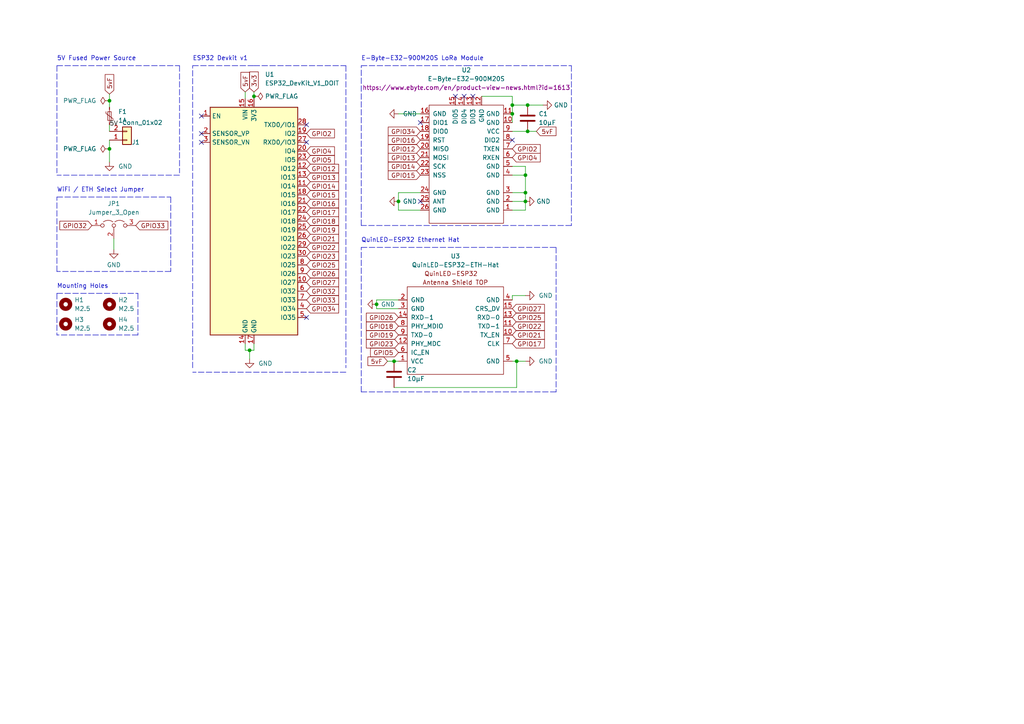
<source format=kicad_sch>
(kicad_sch (version 20211123) (generator eeschema)
  (paper "A4")
  (lib_symbols
    (symbol "Andys-Symbols:E-Byte-E32-900M20S" (pin_names (offset 1.016))
      (property "Reference" "U" (at 11.43 15.24 0))
      (property "Value" "E-Byte-E32-900M20S" (at 1.27 12.7 0))
      (property "Datasheet" "https://www.ebyte.com/en/product-view-news.html?id=1613" (at 8.89 10.16 0))
      (symbol "E-Byte-E32-900M20S_0_1"
        (rectangle (start 0 0) (end 21.59 -34.29))
      )
      (symbol "E-Byte-E32-900M20S_1_0"
        (pin power_in line (at 24.13 -30.48 180) (length 2.54) (name "GND") (number "1"))
        (pin power_in line (at 24.13 -27.94 180) (length 2.54) (name "GND") (number "2"))
        (pin power_in line (at 24.13 -25.4 180) (length 2.54) (name "GND") (number "3"))
        (pin power_in line (at 24.13 -20.32 180) (length 2.54) (name "GND") (number "4"))
        (pin power_in line (at 24.13 -17.78 180) (length 2.54) (name "GND") (number "5"))
        (pin input line (at 24.13 -15.24 180) (length 2.54) (name "RXEN") (number "6"))
        (pin input line (at 24.13 -12.7 180) (length 2.54) (name "TXEN") (number "7"))
        (pin bidirectional line (at 24.13 -10.16 180) (length 2.54) (name "DIO2") (number "8"))
        (pin power_in line (at 24.13 -7.62 180) (length 2.54) (name "VCC") (number "9"))
      )
      (symbol "E-Byte-E32-900M20S_1_1"
        (pin power_in line (at 24.13 -5.08 180) (length 2.54) (name "GND") (number "10"))
        (pin power_in line (at 24.13 -2.54 180) (length 2.54) (name "GND") (number "11"))
        (pin power_in line (at 15.24 2.54 270) (length 2.54) (name "GND") (number "12"))
        (pin bidirectional line (at 12.7 2.54 270) (length 2.54) (name "DIO3") (number "13"))
        (pin bidirectional line (at 10.16 2.54 270) (length 2.54) (name "DIO4") (number "14"))
        (pin bidirectional line (at 7.62 2.54 270) (length 2.54) (name "DIO5") (number "15"))
        (pin power_in line (at -2.54 -2.54 0) (length 2.54) (name "GND") (number "16"))
        (pin bidirectional line (at -2.54 -5.08 0) (length 2.54) (name "DIO1") (number "17"))
        (pin bidirectional line (at -2.54 -7.62 0) (length 2.54) (name "DIO0") (number "18"))
        (pin input line (at -2.54 -10.16 0) (length 2.54) (name "RST") (number "19"))
        (pin output line (at -2.54 -12.7 0) (length 2.54) (name "MISO") (number "20"))
        (pin input line (at -2.54 -15.24 0) (length 2.54) (name "MOSI") (number "21"))
        (pin input line (at -2.54 -17.78 0) (length 2.54) (name "SCK") (number "22"))
        (pin input line (at -2.54 -20.32 0) (length 2.54) (name "NSS") (number "23"))
        (pin power_in line (at -2.54 -25.4 0) (length 2.54) (name "GND") (number "24"))
        (pin bidirectional line (at -2.54 -27.94 0) (length 2.54) (name "ANT") (number "25"))
        (pin power_in line (at -2.54 -30.48 0) (length 2.54) (name "GND") (number "26"))
      )
    )
    (symbol "Connector_Generic:Conn_01x02" (pin_names (offset 1.016) hide)
      (property "Reference" "J" (at 0 2.54 0))
      (property "Value" "Conn_01x02" (at 0 -5.08 0))
      (symbol "Conn_01x02_1_1"
        (rectangle (start -1.27 -2.413) (end 0 -2.667) (stroke (width 0.1524)))
        (rectangle (start -1.27 0.127) (end 0 -0.127) (stroke (width 0.1524)))
        (rectangle (start -1.27 1.27) (end 1.27 -3.81) (stroke (width 0.254)) (fill (type background)))
        (pin passive line (at -5.08 0 0) (length 3.81) (name "Pin_1") (number "1"))
        (pin passive line (at -5.08 -2.54 0) (length 3.81) (name "Pin_2") (number "2"))
      )
    )
    (symbol "Device:C" (pin_numbers hide) (pin_names (offset 0.254))
      (property "Reference" "C" (at 0.635 2.54 0))
      (property "Value" "C" (at 0.635 -2.54 0))
      (symbol "C_0_1"
        (polyline (pts (xy -2.032 -0.762) (xy 2.032 -0.762)) (stroke (width 0.508)))
        (polyline (pts (xy -2.032 0.762) (xy 2.032 0.762)) (stroke (width 0.508)))
      )
      (symbol "C_1_1"
        (pin passive line (at 0 3.81 270) (length 2.794) (name "~") (number "1"))
        (pin passive line (at 0 -3.81 90) (length 2.794) (name "~") (number "2"))
      )
    )
    (symbol "Device:Polyfuse_Small" (pin_numbers hide) (pin_names (offset 0))
      (property "Reference" "F" (at -1.905 0 90))
      (property "Value" "Polyfuse_Small" (at 1.905 0 90))
      (symbol "Polyfuse_Small_0_1"
        (rectangle (start -0.508 1.27) (end 0.508 -1.27))
        (polyline (pts (xy 0 2.54) (xy 0 -2.54)))
        (polyline (pts (xy -1.016 1.27) (xy -1.016 0.762) (xy 1.016 -0.762) (xy 1.016 -1.27)))
      )
      (symbol "Polyfuse_Small_1_1"
        (pin passive line (at 0 2.54 270) (length 0.635) (name "~") (number "1"))
        (pin passive line (at 0 -2.54 90) (length 0.635) (name "~") (number "2"))
      )
    )
    (symbol "ESP32 Devkit V1:ESP32_DevKit_V1_DOIT"
      (property "Reference" "U" (at -11.43 34.29 0))
      (property "Value" "ESP32_DevKit_V1_DOIT" (at 11.43 34.29 0))
      (symbol "ESP32_DevKit_V1_DOIT_1_1"
        (rectangle (start -12.7 33.02) (end 12.7 -33.02) (stroke (width 0.254)) (fill (type background)))
        (pin input line (at -15.24 30.48 0) (length 2.54) (name "EN") (number "1"))
        (pin bidirectional line (at 15.24 -17.78 180) (length 2.54) (name "IO27") (number "10"))
        (pin bidirectional line (at 15.24 10.16 180) (length 2.54) (name "IO14") (number "11"))
        (pin bidirectional line (at 15.24 15.24 180) (length 2.54) (name "IO12") (number "12"))
        (pin bidirectional line (at 15.24 12.7 180) (length 2.54) (name "IO13") (number "13"))
        (pin power_in line (at -2.54 -35.56 90) (length 2.54) (name "GND") (number "14"))
        (pin power_in line (at -2.54 35.56 270) (length 2.54) (name "VIN") (number "15"))
        (pin power_in line (at 0 35.56 270) (length 2.54) (name "3V3") (number "16"))
        (pin power_in line (at 0 -35.56 90) (length 2.54) (name "GND") (number "17"))
        (pin bidirectional line (at 15.24 7.62 180) (length 2.54) (name "IO15") (number "18"))
        (pin bidirectional line (at 15.24 25.4 180) (length 2.54) (name "IO2") (number "19"))
        (pin input line (at -15.24 25.4 0) (length 2.54) (name "SENSOR_VP") (number "2"))
        (pin bidirectional line (at 15.24 20.32 180) (length 2.54) (name "IO4") (number "20"))
        (pin bidirectional line (at 15.24 5.08 180) (length 2.54) (name "IO16") (number "21"))
        (pin bidirectional line (at 15.24 2.54 180) (length 2.54) (name "IO17") (number "22"))
        (pin bidirectional line (at 15.24 17.78 180) (length 2.54) (name "IO5") (number "23"))
        (pin bidirectional line (at 15.24 0 180) (length 2.54) (name "IO18") (number "24"))
        (pin bidirectional line (at 15.24 -2.54 180) (length 2.54) (name "IO19") (number "25"))
        (pin bidirectional line (at 15.24 -5.08 180) (length 2.54) (name "IO21") (number "26"))
        (pin bidirectional line (at 15.24 22.86 180) (length 2.54) (name "RXD0/IO3") (number "27"))
        (pin bidirectional line (at 15.24 27.94 180) (length 2.54) (name "TXD0/IO1") (number "28"))
        (pin bidirectional line (at 15.24 -7.62 180) (length 2.54) (name "IO22") (number "29"))
        (pin input line (at -15.24 22.86 0) (length 2.54) (name "SENSOR_VN") (number "3"))
        (pin bidirectional line (at 15.24 -10.16 180) (length 2.54) (name "IO23") (number "30"))
        (pin input line (at 15.24 -25.4 180) (length 2.54) (name "IO34") (number "4"))
        (pin input line (at 15.24 -27.94 180) (length 2.54) (name "IO35") (number "5"))
        (pin bidirectional line (at 15.24 -20.32 180) (length 2.54) (name "IO32") (number "6"))
        (pin bidirectional line (at 15.24 -22.86 180) (length 2.54) (name "IO33") (number "7"))
        (pin bidirectional line (at 15.24 -12.7 180) (length 2.54) (name "IO25") (number "8"))
        (pin bidirectional line (at 15.24 -15.24 180) (length 2.54) (name "IO26") (number "9"))
      )
    )
    (symbol "Jumper:Jumper_3_Open" (pin_names (offset 0) hide)
      (property "Reference" "JP" (at -2.54 -2.54 0))
      (property "Value" "Jumper_3_Open" (at 0 2.794 0))
      (symbol "Jumper_3_Open_0_0"
        (circle (center -3.302 0) (radius 0.508))
        (circle (center 0 0) (radius 0.508))
        (circle (center 3.302 0) (radius 0.508))
      )
      (symbol "Jumper_3_Open_0_1"
        (arc (start -0.254 1.016) (mid -1.651 1.4992) (end -3.048 1.016))
        (polyline (pts (xy 0 -0.508) (xy 0 -1.27)))
        (arc (start 3.048 1.016) (mid 1.651 1.4992) (end 0.254 1.016))
      )
      (symbol "Jumper_3_Open_1_1"
        (pin passive line (at -6.35 0 0) (length 2.54) (name "A") (number "1"))
        (pin input line (at 0 -3.81 90) (length 2.54) (name "C") (number "2"))
        (pin passive line (at 6.35 0 180) (length 2.54) (name "B") (number "3"))
      )
    )
    (symbol "Mechanical:MountingHole" (pin_names (offset 1.016))
      (property "Reference" "H" (at 0 5.08 0))
      (property "Value" "MountingHole" (at 0 3.175 0))
      (symbol "MountingHole_0_1"
        (circle (center 0 0) (radius 1.27) (stroke (width 1.27)))
      )
    )
    (symbol "QuinLED-ESP32:QuinLED-ESP32-ETH-Hat" (pin_names (offset 1.016))
      (property "Reference" "U" (at 13.97 8.89 0))
      (property "Value" "QuinLED-ESP32-ETH-Hat" (at 13.97 6.35 0))
      (symbol "QuinLED-ESP32-ETH-Hat_0_0"
        (rectangle (start 0 0) (end 27.94 -25.4))
        (text "Antenna Shield TOP" (at 13.97 1.27 0) (effects (font (size 1.27 1.27))))
        (text "QuinLED-ESP32" (at 12.7 3.81 0) (effects (font (size 1.27 1.27))))
      )
      (symbol "QuinLED-ESP32-ETH-Hat_1_1"
        (pin input line (at -2.54 -21.59 0) (length 2.54) (name "VCC") (number "1"))
        (pin bidirectional line (at 30.48 -13.97 180) (length 2.54) (name "TX_EN") (number "10"))
        (pin bidirectional line (at 30.48 -11.43 180) (length 2.54) (name "TXD-1") (number "11"))
        (pin bidirectional line (at -2.54 -16.51 0) (length 2.54) (name "PHY_MDC") (number "12"))
        (pin bidirectional line (at 30.48 -8.89 180) (length 2.54) (name "RXD-0") (number "13"))
        (pin bidirectional line (at -2.54 -8.89 0) (length 2.54) (name "RXD-1") (number "14"))
        (pin bidirectional line (at 30.48 -6.35 180) (length 2.54) (name "CRS_DV") (number "15"))
        (pin input line (at -2.54 -3.81 0) (length 2.54) (name "GND") (number "2"))
        (pin input line (at -2.54 -6.35 0) (length 2.54) (name "GND") (number "3"))
        (pin input line (at 30.48 -3.81 180) (length 2.54) (name "GND") (number "4"))
        (pin input line (at 30.48 -21.59 180) (length 2.54) (name "GND") (number "5"))
        (pin bidirectional line (at -2.54 -19.05 0) (length 2.54) (name "IC_EN") (number "6"))
        (pin bidirectional line (at 30.48 -16.51 180) (length 2.54) (name "CLK") (number "7"))
        (pin bidirectional line (at -2.54 -11.43 0) (length 2.54) (name "PHY_MDIO") (number "8"))
        (pin bidirectional line (at -2.54 -13.97 0) (length 2.54) (name "TXD-0") (number "9"))
      )
    )
    (symbol "power:GND" (power) (pin_names (offset 0))
      (property "Value" "GND" (at 0 -3.81 0))
      (symbol "GND_0_1"
        (polyline (pts (xy 0 0) (xy 0 -1.27) (xy 1.27 -1.27) (xy 0 -2.54) (xy -1.27 -1.27) (xy 0 -1.27)))
      )
      (symbol "GND_1_1"
        (pin power_in line (at 0 0 270) (length 0) hide (name "GND") (number "1"))
      )
    )
    (symbol "power:PWR_FLAG" (power) (pin_numbers hide) (pin_names (offset 0) hide)
      (property "Value" "PWR_FLAG" (at 0 3.81 0))
      (symbol "PWR_FLAG_0_0"
        (pin power_out line (at 0 0 90) (length 0) (name "pwr") (number "1"))
      )
      (symbol "PWR_FLAG_0_1"
        (polyline (pts (xy 0 0) (xy 0 1.27) (xy -1.016 1.905) (xy 0 2.54) (xy 1.016 1.905) (xy 0 1.27)))
      )
    )
  )
  (junction (at 153.035 38.1))
  (junction (at 148.59 33.02))
  (junction (at 152.4 55.88))
  (junction (at 153.035 30.48))
  (junction (at 31.75 43.18))
  (junction (at 152.4 50.8))
  (junction (at 149.86 104.775))
  (junction (at 114.3 104.775))
  (junction (at 73.66 27.94))
  (junction (at 72.39 101.6))
  (junction (at 152.4 58.42))
  (junction (at 31.75 29.21))
  (junction (at 109.22 88.265))
  (junction (at 115.57 58.42))
  (junction (at 148.59 30.48))
  (no_connect (at 58.42 33.655))
  (no_connect (at 58.42 38.735))
  (no_connect (at 58.42 41.275))
  (no_connect (at 88.9 92.075))
  (no_connect (at 148.59 40.64))
  (no_connect (at 88.9 36.195))
  (no_connect (at 88.9 41.275))
  (no_connect (at 121.92 58.42))
  (no_connect (at 137.16 27.94))
  (no_connect (at 121.92 35.56))
  (no_connect (at 134.62 27.94))
  (no_connect (at 132.08 27.94))
  (wire (pts (xy 112.395 104.775) (xy 114.3 104.775)))
  (polyline (pts (xy 16.51 85.09) (xy 40.005 85.09)))
  (wire (pts (xy 153.035 30.48) (xy 157.48 30.48)))
  (polyline (pts (xy 49.53 78.74) (xy 16.51 78.74)))
  (polyline (pts (xy 100.33 19.05) (xy 100.33 106.68)))
  (wire (pts (xy 148.59 38.1) (xy 153.035 38.1)))
  (wire (pts (xy 73.66 27.94) (xy 73.66 28.575)))
  (wire (pts (xy 73.66 26.67) (xy 73.66 27.94)))
  (polyline (pts (xy 104.775 71.755) (xy 132.08 71.755)))
  (polyline (pts (xy 104.775 113.665) (xy 104.775 71.755)))
  (polyline (pts (xy 16.51 19.05) (xy 52.07 19.05)))
  (wire (pts (xy 148.59 104.775) (xy 149.86 104.775)))
  (wire (pts (xy 31.75 29.21) (xy 31.75 31.115)))
  (wire (pts (xy 33.02 69.215) (xy 33.02 72.39)))
  (wire (pts (xy 152.4 85.725) (xy 148.59 85.725)))
  (wire (pts (xy 115.57 33.02) (xy 121.92 33.02)))
  (polyline (pts (xy 165.735 65.405) (xy 104.775 65.405)))
  (wire (pts (xy 72.39 101.6) (xy 72.39 104.14)))
  (polyline (pts (xy 100.33 107.95) (xy 55.88 107.95)))
  (wire (pts (xy 149.86 112.395) (xy 149.86 104.775)))
  (wire (pts (xy 115.57 89.535) (xy 109.22 89.535)))
  (wire (pts (xy 148.59 48.26) (xy 152.4 48.26)))
  (wire (pts (xy 152.4 48.26) (xy 152.4 50.8)))
  (wire (pts (xy 152.4 50.8) (xy 152.4 55.88)))
  (wire (pts (xy 72.39 101.6) (xy 73.66 101.6)))
  (wire (pts (xy 148.59 50.8) (xy 152.4 50.8)))
  (polyline (pts (xy 16.51 85.09) (xy 16.51 97.155)))
  (wire (pts (xy 152.4 60.96) (xy 152.4 58.42)))
  (wire (pts (xy 73.66 99.695) (xy 73.66 101.6)))
  (wire (pts (xy 71.12 101.6) (xy 72.39 101.6)))
  (wire (pts (xy 153.035 30.48) (xy 148.59 30.48)))
  (polyline (pts (xy 40.005 85.09) (xy 40.005 97.155)))
  (wire (pts (xy 115.57 86.995) (xy 109.22 86.995)))
  (wire (pts (xy 31.75 36.195) (xy 31.75 38.1)))
  (polyline (pts (xy 52.07 19.05) (xy 52.07 50.165)))
  (wire (pts (xy 152.4 55.88) (xy 152.4 58.42)))
  (wire (pts (xy 31.75 40.64) (xy 31.75 43.18)))
  (wire (pts (xy 148.59 27.94) (xy 148.59 30.48)))
  (wire (pts (xy 148.59 85.725) (xy 148.59 86.995)))
  (wire (pts (xy 115.57 60.96) (xy 115.57 58.42)))
  (wire (pts (xy 153.035 38.1) (xy 155.575 38.1)))
  (wire (pts (xy 114.3 104.775) (xy 115.57 104.775)))
  (wire (pts (xy 121.92 60.96) (xy 115.57 60.96)))
  (polyline (pts (xy 161.29 71.755) (xy 161.29 113.665)))
  (polyline (pts (xy 32.385 57.15) (xy 49.53 57.15)))
  (polyline (pts (xy 16.51 78.74) (xy 16.51 57.15)))
  (wire (pts (xy 148.59 30.48) (xy 148.59 33.02)))
  (wire (pts (xy 109.22 88.265) (xy 109.22 89.535)))
  (polyline (pts (xy 16.51 57.15) (xy 32.385 57.15)))
  (wire (pts (xy 149.86 104.775) (xy 152.4 104.775)))
  (wire (pts (xy 114.3 112.395) (xy 149.86 112.395)))
  (polyline (pts (xy 55.88 106.68) (xy 55.88 19.05)))
  (wire (pts (xy 148.59 60.96) (xy 152.4 60.96)))
  (polyline (pts (xy 49.53 57.15) (xy 49.53 78.74)))
  (polyline (pts (xy 132.08 71.755) (xy 161.29 71.755)))
  (polyline (pts (xy 40.005 97.155) (xy 16.51 97.155)))
  (wire (pts (xy 121.92 55.88) (xy 115.57 55.88)))
  (wire (pts (xy 148.59 33.02) (xy 148.59 35.56)))
  (polyline (pts (xy 55.88 19.05) (xy 73.66 19.05)))
  (polyline (pts (xy 161.29 113.665) (xy 104.775 113.665)))
  (wire (pts (xy 139.7 27.94) (xy 148.59 27.94)))
  (polyline (pts (xy 104.775 65.405) (xy 104.775 19.05)))
  (polyline (pts (xy 16.51 19.05) (xy 16.51 50.165)))
  (wire (pts (xy 31.75 27.305) (xy 31.75 29.21)))
  (wire (pts (xy 31.75 43.18) (xy 31.75 46.99)))
  (wire (pts (xy 71.12 99.695) (xy 71.12 101.6)))
  (wire (pts (xy 115.57 55.88) (xy 115.57 58.42)))
  (polyline (pts (xy 135.255 19.05) (xy 165.735 19.05)))
  (wire (pts (xy 148.59 55.88) (xy 152.4 55.88)))
  (wire (pts (xy 71.12 26.67) (xy 71.12 28.575)))
  (wire (pts (xy 109.22 86.995) (xy 109.22 88.265)))
  (polyline (pts (xy 73.66 19.05) (xy 100.33 19.05)))
  (polyline (pts (xy 165.735 19.05) (xy 165.735 65.405)))
  (wire (pts (xy 148.59 58.42) (xy 152.4 58.42)))
  (polyline (pts (xy 52.07 50.8) (xy 16.51 50.8)))
  (polyline (pts (xy 104.775 19.05) (xy 135.255 19.05)))
  (text "QuinLED-ESP32 Ethernet Hat" (at 104.775 70.485 0) (effects (font (size 1.27 1.27)) (justify left bottom)))
  (text "Mounting Holes" (at 16.51 83.82 0) (effects (font (size 1.27 1.27)) (justify left bottom)))
  (text "WiFi / ETH Select Jumper" (at 16.51 55.88 0) (effects (font (size 1.27 1.27)) (justify left bottom)))
  (text "5V Fused Power Source" (at 16.51 17.78 0) (effects (font (size 1.27 1.27)) (justify left bottom)))
  (text "E-Byte-E32-900M20S LoRa Module" (at 104.775 17.78 0) (effects (font (size 1.27 1.27)) (justify left bottom)))
  (text "ESP32 Devkit v1" (at 55.88 17.78 0) (effects (font (size 1.27 1.27)) (justify left bottom)))
  (label "5V" (at 31.75 36.83 0))
  (global_label "GPIO32" (shape input) (at 26.67 65.405 180) (property "Intersheet References" "${INTERSHEET_REFS}" (effects hide)))
  (global_label "GPIO27" (shape input) (at 148.59 89.535 0) (property "Intersheet References" "${INTERSHEET_REFS}" (effects hide)))
  (global_label "GPIO16" (shape input) (at 121.92 40.64 180) (property "Intersheet References" "${INTERSHEET_REFS}" (effects hide)))
  (global_label "GPIO14" (shape input) (at 88.9 53.975 0) (property "Intersheet References" "${INTERSHEET_REFS}" (effects hide)))
  (global_label "GPIO33" (shape input) (at 39.37 65.405 0) (property "Intersheet References" "${INTERSHEET_REFS}" (effects hide)))
  (global_label "GPIO27" (shape input) (at 88.9 81.915 0) (property "Intersheet References" "${INTERSHEET_REFS}" (effects hide)))
  (global_label "GPIO16" (shape input) (at 88.9 59.055 0) (property "Intersheet References" "${INTERSHEET_REFS}" (effects hide)))
  (global_label "GPIO21" (shape input) (at 148.59 97.155 0) (property "Intersheet References" "${INTERSHEET_REFS}" (effects hide)))
  (global_label "GPIO17" (shape input) (at 88.9 61.595 0) (property "Intersheet References" "${INTERSHEET_REFS}" (effects hide)))
  (global_label "GPIO19" (shape input) (at 115.57 97.155 180) (property "Intersheet References" "${INTERSHEET_REFS}" (effects hide)))
  (global_label "GPIO18" (shape input) (at 88.9 64.135 0) (property "Intersheet References" "${INTERSHEET_REFS}" (effects hide)))
  (global_label "GPIO23" (shape input) (at 115.57 99.695 180) (property "Intersheet References" "${INTERSHEET_REFS}" (effects hide)))
  (global_label "GPIO2" (shape input) (at 148.59 43.18 0) (property "Intersheet References" "${INTERSHEET_REFS}" (effects hide)))
  (global_label "GPIO22" (shape input) (at 148.59 94.615 0) (property "Intersheet References" "${INTERSHEET_REFS}" (effects hide)))
  (global_label "GPIO34" (shape input) (at 121.92 38.1 180) (property "Intersheet References" "${INTERSHEET_REFS}" (effects hide)))
  (global_label "GPIO32" (shape input) (at 88.9 84.455 0) (property "Intersheet References" "${INTERSHEET_REFS}" (effects hide)))
  (global_label "GPIO23" (shape input) (at 88.9 74.295 0) (property "Intersheet References" "${INTERSHEET_REFS}" (effects hide)))
  (global_label "GPIO22" (shape input) (at 88.9 71.755 0) (property "Intersheet References" "${INTERSHEET_REFS}" (effects hide)))
  (global_label "GPIO2" (shape input) (at 88.9 38.735 0) (property "Intersheet References" "${INTERSHEET_REFS}" (effects hide)))
  (global_label "5vF" (shape input) (at 112.395 104.775 180) (property "Intersheet References" "${INTERSHEET_REFS}" (effects hide)))
  (global_label "GPIO21" (shape input) (at 88.9 69.215 0) (property "Intersheet References" "${INTERSHEET_REFS}" (effects hide)))
  (global_label "5vF" (shape input) (at 71.12 26.67 90) (property "Intersheet References" "${INTERSHEET_REFS}" (effects hide)))
  (global_label "5vF" (shape input) (at 155.575 38.1 0) (property "Intersheet References" "${INTERSHEET_REFS}" (effects hide)))
  (global_label "3v3" (shape input) (at 73.66 26.67 90) (property "Intersheet References" "${INTERSHEET_REFS}" (effects hide)))
  (global_label "GPIO5" (shape input) (at 88.9 46.355 0) (property "Intersheet References" "${INTERSHEET_REFS}" (effects hide)))
  (global_label "5vF" (shape input) (at 31.75 27.305 90) (property "Intersheet References" "${INTERSHEET_REFS}" (effects hide)))
  (global_label "GPIO13" (shape input) (at 88.9 51.435 0) (property "Intersheet References" "${INTERSHEET_REFS}" (effects hide)))
  (global_label "GPIO13" (shape input) (at 121.92 45.72 180) (property "Intersheet References" "${INTERSHEET_REFS}" (effects hide)))
  (global_label "GPIO26" (shape input) (at 115.57 92.075 180) (property "Intersheet References" "${INTERSHEET_REFS}" (effects hide)))
  (global_label "GPIO4" (shape input) (at 88.9 43.815 0) (property "Intersheet References" "${INTERSHEET_REFS}" (effects hide)))
  (global_label "GPIO12" (shape input) (at 88.9 48.895 0) (property "Intersheet References" "${INTERSHEET_REFS}" (effects hide)))
  (global_label "GPIO26" (shape input) (at 88.9 79.375 0) (property "Intersheet References" "${INTERSHEET_REFS}" (effects hide)))
  (global_label "GPIO12" (shape input) (at 121.92 43.18 180) (property "Intersheet References" "${INTERSHEET_REFS}" (effects hide)))
  (global_label "GPIO18" (shape input) (at 115.57 94.615 180) (property "Intersheet References" "${INTERSHEET_REFS}" (effects hide)))
  (global_label "GPIO4" (shape input) (at 148.59 45.72 0) (property "Intersheet References" "${INTERSHEET_REFS}" (effects hide)))
  (global_label "GPIO34" (shape input) (at 88.9 89.535 0) (property "Intersheet References" "${INTERSHEET_REFS}" (effects hide)))
  (global_label "GPIO15" (shape input) (at 121.92 50.8 180) (property "Intersheet References" "${INTERSHEET_REFS}" (effects hide)))
  (global_label "GPIO17" (shape input) (at 148.59 99.695 0) (property "Intersheet References" "${INTERSHEET_REFS}" (effects hide)))
  (global_label "GPIO33" (shape input) (at 88.9 86.995 0) (property "Intersheet References" "${INTERSHEET_REFS}" (effects hide)))
  (global_label "GPIO5" (shape input) (at 115.57 102.235 180) (property "Intersheet References" "${INTERSHEET_REFS}" (effects hide)))
  (global_label "GPIO19" (shape input) (at 88.9 66.675 0) (property "Intersheet References" "${INTERSHEET_REFS}" (effects hide)))
  (global_label "GPIO25" (shape input) (at 88.9 76.835 0) (property "Intersheet References" "${INTERSHEET_REFS}" (effects hide)))
  (global_label "GPIO14" (shape input) (at 121.92 48.26 180) (property "Intersheet References" "${INTERSHEET_REFS}" (effects hide)))
  (global_label "GPIO25" (shape input) (at 148.59 92.075 0) (property "Intersheet References" "${INTERSHEET_REFS}" (effects hide)))
  (global_label "GPIO15" (shape input) (at 88.9 56.515 0) (property "Intersheet References" "${INTERSHEET_REFS}" (effects hide)))
  (symbol (lib_id "Device:C") (at 153.035 34.29 0) (unit 1)
    (property "Reference" "C1" (at 156.21 33.0199 0) (effects (justify left)))
    (property "Value" "10µF" (at 156.21 35.5599 0) (effects (justify left)))
    (property "Footprint" "Capacitor_SMD:C_0805_2012Metric" (effects hide))
  )
  (symbol (lib_id "power:GND") (at 109.22 88.265 270) (unit 1)
    (property "Reference" "#PWR0105" (effects hide))
    (property "Value" "GND" (at 110.49 88.2649 90) (effects (justify left)))
  )
  (symbol (lib_id "QuinLED-ESP32:QuinLED-ESP32-ETH-Hat") (at 118.11 83.185 0) (unit 1)
    (property "Reference" "U3" (at 132.08 74.295 0))
    (property "Value" "QuinLED-ESP32-ETH-Hat" (at 132.08 76.835 0))
    (property "Footprint" "QuinLED:QuinLED-ESP32-ETH-Hat" (effects hide))
  )
  (symbol (lib_id "ESP32 Devkit V1:ESP32_DevKit_V1_DOIT") (at 73.66 64.135 0) (unit 1)
    (property "Reference" "U1" (at 76.835 21.59 0) (effects (justify left)))
    (property "Value" "ESP32_DevKit_V1_DOIT" (at 76.835 24.13 0) (effects (justify left)))
    (property "Footprint" "Andys-Footprints:ESP32-DevKit-V1-DOIT-Less-SilkScreen" (effects hide))
    (property "Datasheet" "https://aliexpress.com/item/32864722159.html" (effects hide))
  )
  (symbol (lib_id "Device:Polyfuse_Small") (at 31.75 33.655 0) (unit 1)
    (property "Reference" "F1" (at 34.29 32.3849 0) (effects (justify left)))
    (property "Value" "1A" (at 34.29 34.9249 0) (effects (justify left)))
    (property "Footprint" "Fuse:Fuse_1812_4532Metric" (effects hide))
  )
  (symbol (lib_id "power:PWR_FLAG") (at 73.66 27.94 270) (unit 1)
    (property "Reference" "#FLG0101" (effects hide))
    (property "Value" "PWR_FLAG" (at 76.835 27.9399 90) (effects (justify left)))
  )
  (symbol (lib_id "Mechanical:MountingHole") (at 31.75 93.98 0) (unit 1)
    (property "Reference" "H4" (at 34.29 92.7099 0) (effects (justify left)))
    (property "Value" "M2.5" (at 34.29 95.2499 0) (effects (justify left)))
    (property "Footprint" "MountingHole:MountingHole_2.5mm_Pad_Via" (effects hide))
  )
  (symbol (lib_id "Device:C") (at 114.3 108.585 0) (unit 1)
    (property "Reference" "C2" (at 118.11 107.3149 0) (effects (justify left)))
    (property "Value" "10µF" (at 118.11 109.8549 0) (effects (justify left)))
    (property "Footprint" "Capacitor_SMD:C_0805_2012Metric" (effects hide))
  )
  (symbol (lib_id "Mechanical:MountingHole") (at 19.05 88.265 0) (unit 1)
    (property "Reference" "H1" (at 21.59 86.9949 0) (effects (justify left)))
    (property "Value" "M2.5" (at 21.59 89.5349 0) (effects (justify left)))
    (property "Footprint" "MountingHole:MountingHole_2.5mm_Pad_Via" (effects hide))
  )
  (symbol (lib_id "Connector_Generic:Conn_01x02") (at 36.83 40.64 0) (mirror x) (unit 1)
    (property "Reference" "J1" (at 39.37 41.275 0))
    (property "Value" "Conn_01x02" (at 41.275 35.56 0))
    (property "Footprint" "TerminalBlock_Phoenix:TerminalBlock_Phoenix_MKDS-1,5-2-5.08_1x02_P5.08mm_Horizontal" (effects hide))
  )
  (symbol (lib_id "Mechanical:MountingHole") (at 31.75 88.265 0) (unit 1)
    (property "Reference" "H2" (at 34.29 86.9949 0) (effects (justify left)))
    (property "Value" "M2.5" (at 34.29 89.5349 0) (effects (justify left)))
    (property "Footprint" "MountingHole:MountingHole_2.5mm_Pad_Via" (effects hide))
  )
  (symbol (lib_id "power:GND") (at 115.57 33.02 270) (unit 1)
    (property "Reference" "#PWR0106" (effects hide))
    (property "Value" "GND" (at 116.84 33.0199 90) (effects (justify left)))
  )
  (symbol (lib_id "power:GND") (at 33.02 72.39 0) (unit 1)
    (property "Reference" "#PWR01" (effects hide))
    (property "Value" "GND" (at 33.02 76.835 0))
  )
  (symbol (lib_id "power:GND") (at 115.57 58.42 270) (unit 1)
    (property "Reference" "#PWR0107" (effects hide))
    (property "Value" "GND" (at 116.84 58.4199 90) (effects (justify left)))
  )
  (symbol (lib_id "power:GND") (at 157.48 30.48 90) (mirror x) (unit 1)
    (property "Reference" "#PWR0101" (effects hide))
    (property "Value" "GND" (at 160.655 30.4799 90) (effects (justify right)))
  )
  (symbol (lib_id "Jumper:Jumper_3_Open") (at 33.02 65.405 0) (unit 1)
    (property "Reference" "JP1" (at 33.02 59.055 0))
    (property "Value" "Jumper_3_Open" (at 33.02 61.595 0))
    (property "Footprint" "Connector_PinHeader_2.54mm:PinHeader_1x03_P2.54mm_Vertical" (effects hide))
  )
  (symbol (lib_id "power:GND") (at 152.4 58.42 90) (mirror x) (unit 1)
    (property "Reference" "#PWR0104" (effects hide))
    (property "Value" "GND" (at 155.575 58.4199 90) (effects (justify right)))
  )
  (symbol (lib_id "power:PWR_FLAG") (at 31.75 29.21 90) (unit 1)
    (property "Reference" "#FLG0102" (effects hide))
    (property "Value" "PWR_FLAG" (at 27.94 29.2099 90) (effects (justify left)))
  )
  (symbol (lib_id "power:GND") (at 72.39 104.14 0) (unit 1)
    (property "Reference" "#PWR0109" (effects hide))
    (property "Value" "GND" (at 74.93 105.4099 0) (effects (justify left)))
  )
  (symbol (lib_id "power:GND") (at 152.4 85.725 90) (mirror x) (unit 1)
    (property "Reference" "#PWR0103" (effects hide))
    (property "Value" "GND" (at 156.21 85.7249 90) (effects (justify right)))
  )
  (symbol (lib_id "power:GND") (at 152.4 104.775 90) (mirror x) (unit 1)
    (property "Reference" "#PWR0102" (effects hide))
    (property "Value" "GND" (at 156.21 104.7749 90) (effects (justify right)))
  )
  (symbol (lib_id "Andys-Symbols:E-Byte-E32-900M20S") (at 124.46 30.48 0) (unit 1)
    (property "Reference" "U2" (at 135.255 20.32 0))
    (property "Value" "E-Byte-E32-900M20S" (at 135.255 22.86 0))
    (property "Footprint" "Andys-Footprints:E-Byte-E32-xxxM20S" (effects hide))
    (property "Datasheet" "https://www.ebyte.com/en/product-view-news.html?id=1613" (at 135.255 25.4 0))
  )
  (symbol (lib_id "Mechanical:MountingHole") (at 19.05 93.98 0) (unit 1)
    (property "Reference" "H3" (at 21.59 92.7099 0) (effects (justify left)))
    (property "Value" "M2.5" (at 21.59 95.2499 0) (effects (justify left)))
    (property "Footprint" "MountingHole:MountingHole_2.5mm_Pad_Via" (effects hide))
  )
  (symbol (lib_id "power:PWR_FLAG") (at 31.75 43.18 90) (unit 1)
    (property "Reference" "#FLG02" (effects hide))
    (property "Value" "PWR_FLAG" (at 27.94 43.1799 90) (effects (justify left)))
  )
  (symbol (lib_id "power:GND") (at 31.75 46.99 0) (unit 1)
    (property "Reference" "#PWR05" (effects hide))
    (property "Value" "GND" (at 34.29 48.2599 0) (effects (justify left)))
  )
)
</source>
